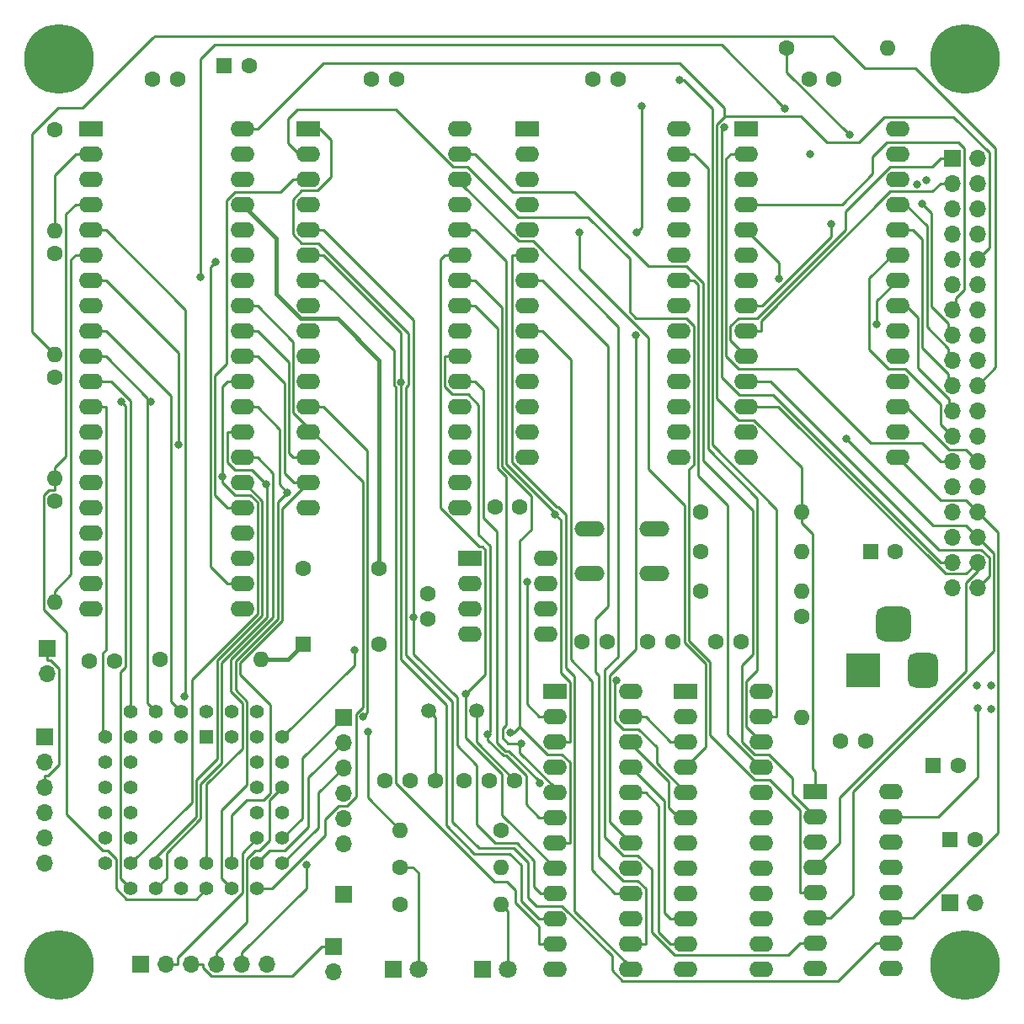
<source format=gbr>
%TF.GenerationSoftware,KiCad,Pcbnew,(6.0.0-0)*%
%TF.CreationDate,2023-09-10T11:44:03+01:00*%
%TF.ProjectId,rosco_6502,726f7363-6f5f-4363-9530-322e6b696361,3*%
%TF.SameCoordinates,Original*%
%TF.FileFunction,Copper,L4,Bot*%
%TF.FilePolarity,Positive*%
%FSLAX46Y46*%
G04 Gerber Fmt 4.6, Leading zero omitted, Abs format (unit mm)*
G04 Created by KiCad (PCBNEW (6.0.0-0)) date 2023-09-10 11:44:03*
%MOMM*%
%LPD*%
G01*
G04 APERTURE LIST*
G04 Aperture macros list*
%AMRoundRect*
0 Rectangle with rounded corners*
0 $1 Rounding radius*
0 $2 $3 $4 $5 $6 $7 $8 $9 X,Y pos of 4 corners*
0 Add a 4 corners polygon primitive as box body*
4,1,4,$2,$3,$4,$5,$6,$7,$8,$9,$2,$3,0*
0 Add four circle primitives for the rounded corners*
1,1,$1+$1,$2,$3*
1,1,$1+$1,$4,$5*
1,1,$1+$1,$6,$7*
1,1,$1+$1,$8,$9*
0 Add four rect primitives between the rounded corners*
20,1,$1+$1,$2,$3,$4,$5,0*
20,1,$1+$1,$4,$5,$6,$7,0*
20,1,$1+$1,$6,$7,$8,$9,0*
20,1,$1+$1,$8,$9,$2,$3,0*%
G04 Aperture macros list end*
%TA.AperFunction,ComponentPad*%
%ADD10C,1.600000*%
%TD*%
%TA.AperFunction,ComponentPad*%
%ADD11O,1.600000X1.600000*%
%TD*%
%TA.AperFunction,ComponentPad*%
%ADD12R,1.800000X1.800000*%
%TD*%
%TA.AperFunction,ComponentPad*%
%ADD13C,1.800000*%
%TD*%
%TA.AperFunction,ComponentPad*%
%ADD14R,1.700000X1.700000*%
%TD*%
%TA.AperFunction,ComponentPad*%
%ADD15O,1.700000X1.700000*%
%TD*%
%TA.AperFunction,ComponentPad*%
%ADD16R,2.400000X1.600000*%
%TD*%
%TA.AperFunction,ComponentPad*%
%ADD17O,2.400000X1.600000*%
%TD*%
%TA.AperFunction,ComponentPad*%
%ADD18R,1.600000X1.600000*%
%TD*%
%TA.AperFunction,ComponentPad*%
%ADD19C,7.000000*%
%TD*%
%TA.AperFunction,ComponentPad*%
%ADD20C,1.500000*%
%TD*%
%TA.AperFunction,ComponentPad*%
%ADD21C,1.600200*%
%TD*%
%TA.AperFunction,ComponentPad*%
%ADD22O,3.048000X1.524000*%
%TD*%
%TA.AperFunction,ComponentPad*%
%ADD23R,3.500000X3.500000*%
%TD*%
%TA.AperFunction,ComponentPad*%
%ADD24RoundRect,0.750000X0.750000X1.000000X-0.750000X1.000000X-0.750000X-1.000000X0.750000X-1.000000X0*%
%TD*%
%TA.AperFunction,ComponentPad*%
%ADD25RoundRect,0.875000X0.875000X0.875000X-0.875000X0.875000X-0.875000X-0.875000X0.875000X-0.875000X0*%
%TD*%
%TA.AperFunction,ComponentPad*%
%ADD26R,1.422400X1.422400*%
%TD*%
%TA.AperFunction,ComponentPad*%
%ADD27C,1.422400*%
%TD*%
%TA.AperFunction,ViaPad*%
%ADD28C,0.800000*%
%TD*%
%TA.AperFunction,Conductor*%
%ADD29C,0.250000*%
%TD*%
%TA.AperFunction,Conductor*%
%ADD30C,0.400000*%
%TD*%
G04 APERTURE END LIST*
D10*
%TO.P,R13,1*%
%TO.N,Net-(U3-Pad27)*%
X161600000Y-52380000D03*
D11*
%TO.P,R13,2*%
%TO.N,VCC*%
X171760000Y-52380000D03*
%TD*%
D10*
%TO.P,C9,1*%
%TO.N,GND*%
X91500000Y-114000000D03*
%TO.P,C9,2*%
%TO.N,VCC*%
X94000000Y-114000000D03*
%TD*%
%TO.P,C10,1*%
%TO.N,GND*%
X167000000Y-122030000D03*
%TO.P,C10,2*%
%TO.N,VCC*%
X169500000Y-122030000D03*
%TD*%
D12*
%TO.P,LED1,1,K*%
%TO.N,Net-(IC3-Pad16)*%
X122000000Y-145000000D03*
D13*
%TO.P,LED1,2,A*%
%TO.N,Net-(LED1-Pad2)*%
X124540000Y-145000000D03*
%TD*%
D10*
%TO.P,C19,1*%
%TO.N,VCC*%
X147610000Y-112030000D03*
%TO.P,C19,2*%
%TO.N,Net-(C19-Pad2)*%
X150110000Y-112030000D03*
%TD*%
D14*
%TO.P,J1,1,Pin_1*%
%TO.N,GND*%
X96650000Y-144500000D03*
D15*
%TO.P,J1,2,Pin_2*%
%TO.N,RTSA*%
X99190000Y-144500000D03*
%TO.P,J1,3,Pin_3*%
%TO.N,VCCUA*%
X101730000Y-144500000D03*
%TO.P,J1,4,Pin_4*%
%TO.N,RXDA*%
X104270000Y-144500000D03*
%TO.P,J1,5,Pin_5*%
%TO.N,TXDA*%
X106810000Y-144500000D03*
%TO.P,J1,6,Pin_6*%
%TO.N,CTSA*%
X109350000Y-144500000D03*
%TD*%
D10*
%TO.P,C3,1*%
%TO.N,GND*%
X142108300Y-55500000D03*
%TO.P,C3,2*%
%TO.N,VCC*%
X144608300Y-55500000D03*
%TD*%
%TO.P,R9,1*%
%TO.N,Net-(R9-Pad1)*%
X152920000Y-103000000D03*
D11*
%TO.P,R9,2*%
%TO.N,GND*%
X163080000Y-103000000D03*
%TD*%
D10*
%TO.P,C15,1*%
%TO.N,GND*%
X132250000Y-98500000D03*
%TO.P,C15,2*%
%TO.N,VCC*%
X134750000Y-98500000D03*
%TD*%
%TO.P,R10,1*%
%TO.N,VCC*%
X98550000Y-113830000D03*
D11*
%TO.P,R10,2*%
%TO.N,Net-(R10-Pad2)*%
X108710000Y-113830000D03*
%TD*%
D10*
%TO.P,C1,1*%
%TO.N,GND*%
X97858300Y-55500000D03*
%TO.P,C1,2*%
%TO.N,VCC*%
X100358300Y-55500000D03*
%TD*%
D16*
%TO.P,U4,1,~{Mr}*%
%TO.N,~{RESET}*%
X164450000Y-127130000D03*
D17*
%TO.P,U4,2,Q0*%
%TO.N,BANK0*%
X164450000Y-129670000D03*
%TO.P,U4,3,D0*%
%TO.N,D0*%
X164450000Y-132210000D03*
%TO.P,U4,4,D1*%
%TO.N,D1*%
X164450000Y-134750000D03*
%TO.P,U4,5,Q1*%
%TO.N,BANK1*%
X164450000Y-137290000D03*
%TO.P,U4,6,D2*%
%TO.N,D2*%
X164450000Y-139830000D03*
%TO.P,U4,7,Q2*%
%TO.N,BANK2*%
X164450000Y-142370000D03*
%TO.P,U4,8,GND*%
%TO.N,GND*%
X164450000Y-144910000D03*
%TO.P,U4,9,Cp*%
%TO.N,BANKCLK*%
X172070000Y-144910000D03*
%TO.P,U4,10,Q3*%
%TO.N,BANK3*%
X172070000Y-142370000D03*
%TO.P,U4,11,D3*%
%TO.N,D3*%
X172070000Y-139830000D03*
%TO.P,U4,12,Q4*%
%TO.N,BANK5*%
X172070000Y-137290000D03*
%TO.P,U4,13,D4*%
%TO.N,D5*%
X172070000Y-134750000D03*
%TO.P,U4,14,D5*%
%TO.N,D4*%
X172070000Y-132210000D03*
%TO.P,U4,15,Q5*%
%TO.N,BANK4*%
X172070000Y-129670000D03*
%TO.P,U4,16,VCC*%
%TO.N,VCC*%
X172070000Y-127130000D03*
%TD*%
D16*
%TO.P,U2,1,A14*%
%TO.N,GND*%
X135491700Y-60500000D03*
D17*
%TO.P,U2,2,A12*%
%TO.N,A12*%
X135491700Y-63040000D03*
%TO.P,U2,3,A7*%
%TO.N,A7*%
X135491700Y-65580000D03*
%TO.P,U2,4,A6*%
%TO.N,A6*%
X135491700Y-68120000D03*
%TO.P,U2,5,A5*%
%TO.N,A5*%
X135491700Y-70660000D03*
%TO.P,U2,6,A4*%
%TO.N,A4*%
X135491700Y-73200000D03*
%TO.P,U2,7,A3*%
%TO.N,A3*%
X135491700Y-75740000D03*
%TO.P,U2,8,A2*%
%TO.N,A2*%
X135491700Y-78280000D03*
%TO.P,U2,9,A1*%
%TO.N,A1*%
X135491700Y-80820000D03*
%TO.P,U2,10,A0*%
%TO.N,A0*%
X135491700Y-83360000D03*
%TO.P,U2,11,DQ0*%
%TO.N,D0*%
X135491700Y-85900000D03*
%TO.P,U2,12,DQ1*%
%TO.N,D1*%
X135491700Y-88440000D03*
%TO.P,U2,13,DQ2*%
%TO.N,D2*%
X135491700Y-90980000D03*
%TO.P,U2,14,VSS*%
%TO.N,GND*%
X135491700Y-93520000D03*
%TO.P,U2,15,DQ3*%
%TO.N,D3*%
X150731700Y-93520000D03*
%TO.P,U2,16,DQ4*%
%TO.N,D4*%
X150731700Y-90980000D03*
%TO.P,U2,17,DQ5*%
%TO.N,D5*%
X150731700Y-88440000D03*
%TO.P,U2,18,DQ6*%
%TO.N,D6*%
X150731700Y-85900000D03*
%TO.P,U2,19,DQ7*%
%TO.N,D7*%
X150731700Y-83360000D03*
%TO.P,U2,20,CE#*%
%TO.N,~{LOWRAM}*%
X150731700Y-80820000D03*
%TO.P,U2,21,A10*%
%TO.N,A10*%
X150731700Y-78280000D03*
%TO.P,U2,22,OE#*%
%TO.N,~{RD}*%
X150731700Y-75740000D03*
%TO.P,U2,23,A11*%
%TO.N,A11*%
X150731700Y-73200000D03*
%TO.P,U2,24,A9*%
%TO.N,A9*%
X150731700Y-70660000D03*
%TO.P,U2,25,A8*%
%TO.N,A8*%
X150731700Y-68120000D03*
%TO.P,U2,26,A13*%
%TO.N,A13*%
X150731700Y-65580000D03*
%TO.P,U2,27,WE#*%
%TO.N,~{WR}*%
X150731700Y-63040000D03*
%TO.P,U2,28,VCC*%
%TO.N,VCC*%
X150731700Y-60500000D03*
%TD*%
D16*
%TO.P,IC2,1,I1/CLK*%
%TO.N,A15*%
X138250000Y-117030000D03*
D17*
%TO.P,IC2,2,I2*%
%TO.N,A14*%
X138250000Y-119570000D03*
%TO.P,IC2,3,I3*%
%TO.N,A13*%
X138250000Y-122110000D03*
%TO.P,IC2,4,I4/PD*%
%TO.N,A12*%
X138250000Y-124650000D03*
%TO.P,IC2,5,I5*%
%TO.N,A11*%
X138250000Y-127190000D03*
%TO.P,IC2,6,I6*%
%TO.N,A10*%
X138250000Y-129730000D03*
%TO.P,IC2,7,I7*%
%TO.N,A9*%
X138250000Y-132270000D03*
%TO.P,IC2,8,I8*%
%TO.N,A8*%
X138250000Y-134810000D03*
%TO.P,IC2,9,I9*%
%TO.N,A7*%
X138250000Y-137350000D03*
%TO.P,IC2,10,I10*%
%TO.N,A6*%
X138250000Y-139890000D03*
%TO.P,IC2,11,I11*%
%TO.N,A5*%
X138250000Y-142430000D03*
%TO.P,IC2,12,GND*%
%TO.N,GND*%
X138250000Y-144970000D03*
%TO.P,IC2,13,I13*%
%TO.N,A4*%
X145870000Y-144970000D03*
%TO.P,IC2,14,IO1*%
%TO.N,A3*%
X145870000Y-142430000D03*
%TO.P,IC2,15,IO2*%
%TO.N,A2*%
X145870000Y-139890000D03*
%TO.P,IC2,16,IO3*%
%TO.N,A1*%
X145870000Y-137350000D03*
%TO.P,IC2,17,I04*%
%TO.N,A0*%
X145870000Y-134810000D03*
%TO.P,IC2,18,IO5*%
%TO.N,~{LOWRAM}*%
X145870000Y-132270000D03*
%TO.P,IC2,19,IO6*%
%TO.N,~{BANKRAM}*%
X145870000Y-129730000D03*
%TO.P,IC2,20,IO7*%
%TO.N,~{IO}*%
X145870000Y-127190000D03*
%TO.P,IC2,21,IO8*%
%TO.N,~{ROM}*%
X145870000Y-124650000D03*
%TO.P,IC2,22,IO9*%
%TO.N,BANKSEL*%
X145870000Y-122110000D03*
%TO.P,IC2,23,IO10*%
%TO.N,~{DUASEL}*%
X145870000Y-119570000D03*
%TO.P,IC2,24,VCC*%
%TO.N,VCC*%
X145870000Y-117030000D03*
%TD*%
D18*
%TO.P,X1,1,EN*%
%TO.N,Net-(R10-Pad2)*%
X113000000Y-112310000D03*
D10*
%TO.P,X1,4,GND*%
%TO.N,GND*%
X120620000Y-112310000D03*
%TO.P,X1,5,OUT*%
%TO.N,CLK*%
X120620000Y-104690000D03*
%TO.P,X1,8,Vcc*%
%TO.N,VCC*%
X113000000Y-104690000D03*
%TD*%
%TO.P,R1,1*%
%TO.N,VCC*%
X88000000Y-60580000D03*
D11*
%TO.P,R1,2*%
%TO.N,RDY*%
X88000000Y-70740000D03*
%TD*%
D19*
%TO.P,H4,1,1*%
%TO.N,GND*%
X179550000Y-144550000D03*
%TD*%
D18*
%TO.P,C20,1*%
%TO.N,Net-(C20-Pad1)*%
X170000000Y-103000000D03*
D10*
%TO.P,C20,2*%
%TO.N,GND*%
X172500000Y-103000000D03*
%TD*%
D14*
%TO.P,J3,1,Pin_1*%
%TO.N,SPICS*%
X117000000Y-119650000D03*
D15*
%TO.P,J3,2,Pin_2*%
%TO.N,SPICLK*%
X117000000Y-122190000D03*
%TO.P,J3,3,Pin_3*%
%TO.N,SPIMOSI*%
X117000000Y-124730000D03*
%TO.P,J3,4,Pin_4*%
%TO.N,SPIMISO*%
X117000000Y-127270000D03*
%TO.P,J3,5,Pin_5*%
%TO.N,VCC*%
X117000000Y-129810000D03*
%TO.P,J3,6,Pin_6*%
%TO.N,GND*%
X117000000Y-132350000D03*
%TD*%
D14*
%TO.P,JP2,1,A*%
%TO.N,VCCUB*%
X87250000Y-112725000D03*
D15*
%TO.P,JP2,2,B*%
%TO.N,VCC*%
X87250000Y-115265000D03*
%TD*%
D10*
%TO.P,R8,1*%
%TO.N,Net-(C20-Pad1)*%
X152920000Y-107000000D03*
D11*
%TO.P,R8,2*%
%TO.N,VCC*%
X163080000Y-107000000D03*
%TD*%
D20*
%TO.P,Q1,1,1*%
%TO.N,Net-(C13-Pad2)*%
X125550000Y-119000000D03*
%TO.P,Q1,2,2*%
%TO.N,Net-(C14-Pad2)*%
X130430000Y-119000000D03*
%TD*%
D16*
%TO.P,IC5,1,I1/CLK*%
%TO.N,CLK*%
X151450000Y-117055000D03*
D17*
%TO.P,IC5,2,I2*%
%TO.N,~{DUADTACK}*%
X151450000Y-119595000D03*
%TO.P,IC5,3,I3*%
%TO.N,~{DUASEL}*%
X151450000Y-122135000D03*
%TO.P,IC5,4,I4/PD*%
%TO.N,R{slash}~{W}*%
X151450000Y-124675000D03*
%TO.P,IC5,5,I5*%
%TO.N,HWRST*%
X151450000Y-127215000D03*
%TO.P,IC5,6,I6*%
%TO.N,BANKSEL*%
X151450000Y-129755000D03*
%TO.P,IC5,7,I7*%
%TO.N,~{VP}*%
X151450000Y-132295000D03*
%TO.P,IC5,8,I8*%
%TO.N,~{ML}*%
X151450000Y-134835000D03*
%TO.P,IC5,9,I9*%
%TO.N,IRQ*%
X151450000Y-137375000D03*
%TO.P,IC5,10,I10*%
%TO.N,~{ROM}*%
X151450000Y-139915000D03*
%TO.P,IC5,11,I11*%
%TO.N,~{IO}*%
X151450000Y-142455000D03*
%TO.P,IC5,12,GND*%
%TO.N,GND*%
X151450000Y-144995000D03*
%TO.P,IC5,13,I13*%
%TO.N,unconnected-(IC5-Pad13)*%
X159070000Y-144995000D03*
%TO.P,IC5,14,IO1*%
%TO.N,BANKCLK*%
X159070000Y-142455000D03*
%TO.P,IC5,15,IO2*%
%TO.N,unconnected-(IC5-Pad15)*%
X159070000Y-139915000D03*
%TO.P,IC5,16,IO3*%
%TO.N,unconnected-(IC5-Pad16)*%
X159070000Y-137375000D03*
%TO.P,IC5,17,I04*%
%TO.N,~{ROMOE}*%
X159070000Y-134835000D03*
%TO.P,IC5,18,IO5*%
%TO.N,unconnected-(IC5-Pad18)*%
X159070000Y-132295000D03*
%TO.P,IC5,19,IO6*%
%TO.N,NMI*%
X159070000Y-129755000D03*
%TO.P,IC5,20,IO7*%
%TO.N,~{RESET}*%
X159070000Y-127215000D03*
%TO.P,IC5,21,IO8*%
%TO.N,~{RD}*%
X159070000Y-124675000D03*
%TO.P,IC5,22,IO9*%
%TO.N,~{WR}*%
X159070000Y-122135000D03*
%TO.P,IC5,23,IO10*%
%TO.N,RDY*%
X159070000Y-119595000D03*
%TO.P,IC5,24,VCC*%
%TO.N,VCC*%
X159070000Y-117055000D03*
%TD*%
D10*
%TO.P,C4,1*%
%TO.N,GND*%
X163858300Y-55500000D03*
%TO.P,C4,2*%
%TO.N,VCC*%
X166358300Y-55500000D03*
%TD*%
%TO.P,C8,1*%
%TO.N,GND*%
X154500000Y-112030000D03*
%TO.P,C8,2*%
%TO.N,VCC*%
X157000000Y-112030000D03*
%TD*%
D19*
%TO.P,H1,1,1*%
%TO.N,GND*%
X88450000Y-53450000D03*
%TD*%
D10*
%TO.P,R4,1*%
%TO.N,VCC*%
X88000000Y-97920000D03*
D11*
%TO.P,R4,2*%
%TO.N,NMI*%
X88000000Y-108080000D03*
%TD*%
D21*
%TO.P,C13,1*%
%TO.N,GND*%
X123730000Y-126000000D03*
X121190000Y-126000000D03*
%TO.P,C13,2*%
%TO.N,Net-(C13-Pad2)*%
X126270000Y-126000000D03*
%TD*%
D10*
%TO.P,R3,1*%
%TO.N,VCC*%
X88000000Y-85500000D03*
D11*
%TO.P,R3,2*%
%TO.N,IRQ*%
X88000000Y-95660000D03*
%TD*%
D18*
%TO.P,C16,1*%
%TO.N,VCC*%
X105026000Y-54125000D03*
D10*
%TO.P,C16,2*%
%TO.N,GND*%
X107526000Y-54125000D03*
%TD*%
D14*
%TO.P,J5,1,Pin_1*%
%TO.N,A0*%
X178225000Y-63425000D03*
D15*
%TO.P,J5,2,Pin_2*%
%TO.N,VCC*%
X180765000Y-63425000D03*
%TO.P,J5,3,Pin_3*%
%TO.N,A1*%
X178225000Y-65965000D03*
%TO.P,J5,4,Pin_4*%
%TO.N,CLK*%
X180765000Y-65965000D03*
%TO.P,J5,5,Pin_5*%
%TO.N,A2*%
X178225000Y-68505000D03*
%TO.P,J5,6,Pin_6*%
%TO.N,GND*%
X180765000Y-68505000D03*
%TO.P,J5,7,Pin_7*%
%TO.N,A3*%
X178225000Y-71045000D03*
%TO.P,J5,8,Pin_8*%
%TO.N,R{slash}~{W}*%
X180765000Y-71045000D03*
%TO.P,J5,9,Pin_9*%
%TO.N,A4*%
X178225000Y-73585000D03*
%TO.P,J5,10,Pin_10*%
%TO.N,~{RESET}*%
X180765000Y-73585000D03*
%TO.P,J5,11,Pin_11*%
%TO.N,A5*%
X178225000Y-76125000D03*
%TO.P,J5,12,Pin_12*%
%TO.N,RDY*%
X180765000Y-76125000D03*
%TO.P,J5,13,Pin_13*%
%TO.N,A6*%
X178225000Y-78665000D03*
%TO.P,J5,14,Pin_14*%
%TO.N,NMI*%
X180765000Y-78665000D03*
%TO.P,J5,15,Pin_15*%
%TO.N,A7*%
X178225000Y-81205000D03*
%TO.P,J5,16,Pin_16*%
%TO.N,IRQ*%
X180765000Y-81205000D03*
%TO.P,J5,17,Pin_17*%
%TO.N,A8*%
X178225000Y-83745000D03*
%TO.P,J5,18,Pin_18*%
%TO.N,SYNC*%
X180765000Y-83745000D03*
%TO.P,J5,19,Pin_19*%
%TO.N,A9*%
X178225000Y-86285000D03*
%TO.P,J5,20,Pin_20*%
%TO.N,BE*%
X180765000Y-86285000D03*
%TO.P,J5,21,Pin_21*%
%TO.N,A10*%
X178225000Y-88825000D03*
%TO.P,J5,22,Pin_22*%
%TO.N,D7*%
X180765000Y-88825000D03*
%TO.P,J5,23,Pin_23*%
%TO.N,A11*%
X178225000Y-91365000D03*
%TO.P,J5,24,Pin_24*%
%TO.N,D6*%
X180765000Y-91365000D03*
%TO.P,J5,25,Pin_25*%
%TO.N,A12*%
X178225000Y-93905000D03*
%TO.P,J5,26,Pin_26*%
%TO.N,D5*%
X180765000Y-93905000D03*
%TO.P,J5,27,Pin_27*%
%TO.N,A13*%
X178225000Y-96445000D03*
%TO.P,J5,28,Pin_28*%
%TO.N,D4*%
X180765000Y-96445000D03*
%TO.P,J5,29,Pin_29*%
%TO.N,A14*%
X178225000Y-98985000D03*
%TO.P,J5,30,Pin_30*%
%TO.N,D3*%
X180765000Y-98985000D03*
%TO.P,J5,31,Pin_31*%
%TO.N,A15*%
X178225000Y-101525000D03*
%TO.P,J5,32,Pin_32*%
%TO.N,D2*%
X180765000Y-101525000D03*
%TO.P,J5,33,Pin_33*%
%TO.N,~{VP}*%
X178225000Y-104065000D03*
%TO.P,J5,34,Pin_34*%
%TO.N,D1*%
X180765000Y-104065000D03*
%TO.P,J5,35,Pin_35*%
%TO.N,~{ML}*%
X178225000Y-106605000D03*
%TO.P,J5,36,Pin_36*%
%TO.N,D0*%
X180765000Y-106605000D03*
%TD*%
D18*
%TO.P,C17,1*%
%TO.N,VCC*%
X176338606Y-124500000D03*
D10*
%TO.P,C17,2*%
%TO.N,GND*%
X178838606Y-124500000D03*
%TD*%
%TO.P,R7,1*%
%TO.N,VCC*%
X152920000Y-99000000D03*
D11*
%TO.P,R7,2*%
%TO.N,~{RESET}*%
X163080000Y-99000000D03*
%TD*%
D16*
%TO.P,IC4,1,GND*%
%TO.N,GND*%
X129700000Y-103700000D03*
D17*
%TO.P,IC4,2,TR*%
%TO.N,Net-(C20-Pad1)*%
X129700000Y-106240000D03*
%TO.P,IC4,3,Q*%
%TO.N,HWRST*%
X129700000Y-108780000D03*
%TO.P,IC4,4,R*%
%TO.N,VCC*%
X129700000Y-111320000D03*
%TO.P,IC4,5,CV*%
%TO.N,Net-(C19-Pad2)*%
X137320000Y-111320000D03*
%TO.P,IC4,6,THR*%
%TO.N,Net-(C20-Pad1)*%
X137320000Y-108780000D03*
%TO.P,IC4,7,DIS*%
%TO.N,unconnected-(IC4-Pad7)*%
X137320000Y-106240000D03*
%TO.P,IC4,8,VCC*%
%TO.N,VCC*%
X137320000Y-103700000D03*
%TD*%
D14*
%TO.P,J2,1,Pin_1*%
%TO.N,GND*%
X87000000Y-121650000D03*
D15*
%TO.P,J2,2,Pin_2*%
%TO.N,RTSB*%
X87000000Y-124190000D03*
%TO.P,J2,3,Pin_3*%
%TO.N,VCCUB*%
X87000000Y-126730000D03*
%TO.P,J2,4,Pin_4*%
%TO.N,RXDB*%
X87000000Y-129270000D03*
%TO.P,J2,5,Pin_5*%
%TO.N,TXDB*%
X87000000Y-131810000D03*
%TO.P,J2,6,Pin_6*%
%TO.N,CTSB*%
X87000000Y-134350000D03*
%TD*%
D16*
%TO.P,U3,1,A14*%
%TO.N,BANK5*%
X157483300Y-60475000D03*
D17*
%TO.P,U3,2,A12*%
%TO.N,A12*%
X157483300Y-63015000D03*
%TO.P,U3,3,A7*%
%TO.N,A7*%
X157483300Y-65555000D03*
%TO.P,U3,4,A6*%
%TO.N,A6*%
X157483300Y-68095000D03*
%TO.P,U3,5,A5*%
%TO.N,A5*%
X157483300Y-70635000D03*
%TO.P,U3,6,A4*%
%TO.N,A4*%
X157483300Y-73175000D03*
%TO.P,U3,7,A3*%
%TO.N,A3*%
X157483300Y-75715000D03*
%TO.P,U3,8,A2*%
%TO.N,A2*%
X157483300Y-78255000D03*
%TO.P,U3,9,A1*%
%TO.N,A1*%
X157483300Y-80795000D03*
%TO.P,U3,10,A0*%
%TO.N,A0*%
X157483300Y-83335000D03*
%TO.P,U3,11,DQ0*%
%TO.N,D0*%
X157483300Y-85875000D03*
%TO.P,U3,12,DQ1*%
%TO.N,D1*%
X157483300Y-88415000D03*
%TO.P,U3,13,DQ2*%
%TO.N,D2*%
X157483300Y-90955000D03*
%TO.P,U3,14,VSS*%
%TO.N,GND*%
X157483300Y-93495000D03*
%TO.P,U3,15,DQ3*%
%TO.N,D3*%
X172723300Y-93495000D03*
%TO.P,U3,16,DQ4*%
%TO.N,D4*%
X172723300Y-90955000D03*
%TO.P,U3,17,DQ5*%
%TO.N,D5*%
X172723300Y-88415000D03*
%TO.P,U3,18,DQ6*%
%TO.N,D6*%
X172723300Y-85875000D03*
%TO.P,U3,19,DQ7*%
%TO.N,D7*%
X172723300Y-83335000D03*
%TO.P,U3,20,CE#*%
%TO.N,GND*%
X172723300Y-80795000D03*
%TO.P,U3,21,A10*%
%TO.N,A10*%
X172723300Y-78255000D03*
%TO.P,U3,22,OE#*%
%TO.N,~{ROMOE}*%
X172723300Y-75715000D03*
%TO.P,U3,23,A11*%
%TO.N,A11*%
X172723300Y-73175000D03*
%TO.P,U3,24,A9*%
%TO.N,A9*%
X172723300Y-70635000D03*
%TO.P,U3,25,A8*%
%TO.N,A8*%
X172723300Y-68095000D03*
%TO.P,U3,26,A13*%
%TO.N,BANK4*%
X172723300Y-65555000D03*
%TO.P,U3,27,WE#*%
%TO.N,Net-(U3-Pad27)*%
X172723300Y-63015000D03*
%TO.P,U3,28,VCC*%
%TO.N,VCC*%
X172723300Y-60475000D03*
%TD*%
D21*
%TO.P,C14,1*%
%TO.N,GND*%
X131730000Y-126000000D03*
X129190000Y-126000000D03*
%TO.P,C14,2*%
%TO.N,Net-(C14-Pad2)*%
X134270000Y-126000000D03*
%TD*%
D22*
%TO.P,S1,1,S*%
%TO.N,Net-(R9-Pad1)*%
X141758800Y-100719400D03*
%TO.P,S1,2,S1*%
%TO.N,unconnected-(S1-Pad2)*%
X148261200Y-100719400D03*
%TO.P,S1,3,P*%
%TO.N,Net-(C20-Pad1)*%
X141758800Y-105240600D03*
%TO.P,S1,4,P1*%
%TO.N,unconnected-(S1-Pad4)*%
X148261200Y-105240600D03*
%TD*%
D18*
%TO.P,C18,1*%
%TO.N,VCC*%
X178000000Y-132000000D03*
D10*
%TO.P,C18,2*%
%TO.N,GND*%
X180500000Y-132000000D03*
%TD*%
D19*
%TO.P,H3,1,1*%
%TO.N,GND*%
X88450000Y-144550000D03*
%TD*%
D14*
%TO.P,JP1,1,A*%
%TO.N,VCCUA*%
X116000000Y-142725000D03*
D15*
%TO.P,JP1,2,B*%
%TO.N,VCC*%
X116000000Y-145265000D03*
%TD*%
D19*
%TO.P,H2,1,1*%
%TO.N,GND*%
X179550000Y-53450000D03*
%TD*%
D10*
%TO.P,R5,1*%
%TO.N,Net-(LED1-Pad2)*%
X122695000Y-134743900D03*
D11*
%TO.P,R5,2*%
%TO.N,VCC*%
X132855000Y-134743900D03*
%TD*%
D10*
%TO.P,R12,1*%
%TO.N,VCC*%
X132855000Y-130987800D03*
D11*
%TO.P,R12,2*%
%TO.N,Net-(IC3-Pad41)*%
X122695000Y-130987800D03*
%TD*%
D10*
%TO.P,R6,1*%
%TO.N,VCC*%
X122695000Y-138500000D03*
D11*
%TO.P,R6,2*%
%TO.N,Net-(LED2-Pad2)*%
X132855000Y-138500000D03*
%TD*%
D23*
%TO.P,J7,1*%
%TO.N,VCC*%
X169320000Y-114957500D03*
D24*
%TO.P,J7,2*%
%TO.N,GND*%
X175320000Y-114957500D03*
D25*
%TO.P,J7,3*%
%TO.N,N/C*%
X172320000Y-110257500D03*
%TD*%
D14*
%TO.P,J4,1,Pin_1*%
%TO.N,SPICS2*%
X117000000Y-137500000D03*
%TD*%
D26*
%TO.P,IC3,1,NC*%
%TO.N,unconnected-(IC3-Pad1)*%
X103270000Y-121650000D03*
D27*
%TO.P,IC3,2,A1*%
%TO.N,A0*%
X100730000Y-119110000D03*
%TO.P,IC3,3,IP3*%
%TO.N,GND*%
X100730000Y-121650000D03*
%TO.P,IC3,4,A2*%
%TO.N,A1*%
X98190000Y-119110000D03*
%TO.P,IC3,5,IP1*%
%TO.N,CTSB*%
X98190000Y-121650000D03*
%TO.P,IC3,6,A3*%
%TO.N,A2*%
X95650000Y-119110000D03*
%TO.P,IC3,7,A4*%
%TO.N,A3*%
X93110000Y-121650000D03*
%TO.P,IC3,8,IP0*%
%TO.N,CTSA*%
X95650000Y-121650000D03*
%TO.P,IC3,9,\u002AR/\u002AW*%
%TO.N,R{slash}~{W}*%
X93110000Y-124190000D03*
%TO.P,IC3,10,\u002ADTALK*%
%TO.N,~{DUADTACK}*%
X95650000Y-124190000D03*
%TO.P,IC3,11,RXDB*%
%TO.N,RXDB*%
X93110000Y-126730000D03*
%TO.P,IC3,12,NC*%
%TO.N,unconnected-(IC3-Pad12)*%
X95650000Y-126730000D03*
%TO.P,IC3,13,TXDB*%
%TO.N,TXDB*%
X93110000Y-129270000D03*
%TO.P,IC3,14,OP1*%
%TO.N,RTSB*%
X95650000Y-129270000D03*
%TO.P,IC3,15,OP3*%
%TO.N,Net-(IC3-Pad15)*%
X93110000Y-131810000D03*
%TO.P,IC3,16,OP5*%
%TO.N,Net-(IC3-Pad16)*%
X95650000Y-131810000D03*
%TO.P,IC3,17,OP7*%
%TO.N,SPICS2*%
X93110000Y-134350000D03*
%TO.P,IC3,18,D1*%
%TO.N,D1*%
X95650000Y-136890000D03*
%TO.P,IC3,19,D3*%
%TO.N,D3*%
X95650000Y-134350000D03*
%TO.P,IC3,20,D5*%
%TO.N,D5*%
X98190000Y-136890000D03*
%TO.P,IC3,21,D7*%
%TO.N,D7*%
X98190000Y-134350000D03*
%TO.P,IC3,22,GND*%
%TO.N,GND*%
X100730000Y-136890000D03*
%TO.P,IC3,23,NC*%
%TO.N,unconnected-(IC3-Pad23)*%
X100730000Y-134350000D03*
%TO.P,IC3,24,INTR*%
%TO.N,IRQ*%
X103270000Y-136890000D03*
%TO.P,IC3,25,D6*%
%TO.N,D6*%
X103270000Y-134350000D03*
%TO.P,IC3,26,D4*%
%TO.N,D4*%
X105810000Y-136890000D03*
%TO.P,IC3,27,D2*%
%TO.N,D2*%
X105810000Y-134350000D03*
%TO.P,IC3,28,D0*%
%TO.N,D0*%
X108350000Y-136890000D03*
%TO.P,IC3,29,OP6*%
%TO.N,SPIMOSI*%
X110890000Y-134350000D03*
%TO.P,IC3,30,OP4*%
%TO.N,SPICLK*%
X108350000Y-134350000D03*
%TO.P,IC3,31,OP2*%
%TO.N,SPICS*%
X110890000Y-131810000D03*
%TO.P,IC3,32,OP0*%
%TO.N,RTSA*%
X108350000Y-131810000D03*
%TO.P,IC3,33,TXDA*%
%TO.N,TXDA*%
X110890000Y-129270000D03*
%TO.P,IC3,34,NC*%
%TO.N,unconnected-(IC3-Pad34)*%
X108350000Y-129270000D03*
%TO.P,IC3,35,RXDA*%
%TO.N,RXDA*%
X110890000Y-126730000D03*
%TO.P,IC3,36,X1/CLK*%
%TO.N,Net-(C13-Pad2)*%
X108350000Y-126730000D03*
%TO.P,IC3,37,X2*%
%TO.N,Net-(C14-Pad2)*%
X110890000Y-124190000D03*
%TO.P,IC3,38,\u002ARESET*%
%TO.N,~{RESET}*%
X108350000Y-124190000D03*
%TO.P,IC3,39,CS*%
%TO.N,~{DUASEL}*%
X110890000Y-121650000D03*
%TO.P,IC3,40,IP2*%
%TO.N,SPIMISO*%
X108350000Y-119110000D03*
%TO.P,IC3,41,\u002AIACK*%
%TO.N,Net-(IC3-Pad41)*%
X108350000Y-121650000D03*
%TO.P,IC3,42,IP5*%
%TO.N,unconnected-(IC3-Pad42)*%
X105810000Y-119110000D03*
%TO.P,IC3,43,IP4*%
%TO.N,unconnected-(IC3-Pad43)*%
X105810000Y-121650000D03*
%TO.P,IC3,44,VCC*%
%TO.N,VCC*%
X103270000Y-119110000D03*
%TD*%
D10*
%TO.P,R11,1*%
%TO.N,VCC*%
X163080000Y-109560000D03*
D11*
%TO.P,R11,2*%
%TO.N,~{DUADTACK}*%
X163080000Y-119720000D03*
%TD*%
D10*
%TO.P,C2,1*%
%TO.N,GND*%
X119875000Y-55500000D03*
%TO.P,C2,2*%
%TO.N,VCC*%
X122375000Y-55500000D03*
%TD*%
%TO.P,C11,1*%
%TO.N,GND*%
X125500000Y-109750000D03*
%TO.P,C11,2*%
%TO.N,VCC*%
X125500000Y-107250000D03*
%TD*%
%TO.P,C12,1*%
%TO.N,GND*%
X141000000Y-112030000D03*
%TO.P,C12,2*%
%TO.N,VCC*%
X143500000Y-112030000D03*
%TD*%
%TO.P,R2,1*%
%TO.N,VCC*%
X88000000Y-73000000D03*
D11*
%TO.P,R2,2*%
%TO.N,BE*%
X88000000Y-83160000D03*
%TD*%
D14*
%TO.P,J6,1,Pin_1*%
%TO.N,VCC*%
X178015000Y-138330000D03*
D15*
%TO.P,J6,2,Pin_2*%
%TO.N,GND*%
X180555000Y-138330000D03*
%TD*%
D16*
%TO.P,IC1,1,~{VP}*%
%TO.N,~{VP}*%
X91608300Y-60500000D03*
D17*
%TO.P,IC1,2,RDY*%
%TO.N,RDY*%
X91608300Y-63040000D03*
%TO.P,IC1,3,\u03D51*%
%TO.N,unconnected-(IC1-Pad3)*%
X91608300Y-65580000D03*
%TO.P,IC1,4,~{IRQ}*%
%TO.N,IRQ*%
X91608300Y-68120000D03*
%TO.P,IC1,5,~{ML}*%
%TO.N,~{ML}*%
X91608300Y-70660000D03*
%TO.P,IC1,6,~{NMI}*%
%TO.N,NMI*%
X91608300Y-73200000D03*
%TO.P,IC1,7,SYNC*%
%TO.N,SYNC*%
X91608300Y-75740000D03*
%TO.P,IC1,8,VDD*%
%TO.N,VCC*%
X91608300Y-78280000D03*
%TO.P,IC1,9,A0*%
%TO.N,A0*%
X91608300Y-80820000D03*
%TO.P,IC1,10,A1*%
%TO.N,A1*%
X91608300Y-83360000D03*
%TO.P,IC1,11,A2*%
%TO.N,A2*%
X91608300Y-85900000D03*
%TO.P,IC1,12,A3*%
%TO.N,A3*%
X91608300Y-88440000D03*
%TO.P,IC1,13,A4*%
%TO.N,A4*%
X91608300Y-90980000D03*
%TO.P,IC1,14,A5*%
%TO.N,A5*%
X91608300Y-93520000D03*
%TO.P,IC1,15,A6*%
%TO.N,A6*%
X91608300Y-96060000D03*
%TO.P,IC1,16,A7*%
%TO.N,A7*%
X91608300Y-98600000D03*
%TO.P,IC1,17,A8*%
%TO.N,A8*%
X91608300Y-101140000D03*
%TO.P,IC1,18,A9*%
%TO.N,A9*%
X91608300Y-103680000D03*
%TO.P,IC1,19,A10*%
%TO.N,A10*%
X91608300Y-106220000D03*
%TO.P,IC1,20,A11*%
%TO.N,A11*%
X91608300Y-108760000D03*
%TO.P,IC1,21,VSS*%
%TO.N,GND*%
X106848300Y-108760000D03*
%TO.P,IC1,22,A12*%
%TO.N,A12*%
X106848300Y-106220000D03*
%TO.P,IC1,23,A13*%
%TO.N,A13*%
X106848300Y-103680000D03*
%TO.P,IC1,24,A14*%
%TO.N,A14*%
X106848300Y-101140000D03*
%TO.P,IC1,25,A15*%
%TO.N,A15*%
X106848300Y-98600000D03*
%TO.P,IC1,26,D7*%
%TO.N,D7*%
X106848300Y-96060000D03*
%TO.P,IC1,27,D6*%
%TO.N,D6*%
X106848300Y-93520000D03*
%TO.P,IC1,28,D5*%
%TO.N,D5*%
X106848300Y-90980000D03*
%TO.P,IC1,29,D4*%
%TO.N,D4*%
X106848300Y-88440000D03*
%TO.P,IC1,30,D3*%
%TO.N,D3*%
X106848300Y-85900000D03*
%TO.P,IC1,31,D2*%
%TO.N,D2*%
X106848300Y-83360000D03*
%TO.P,IC1,32,D1*%
%TO.N,D1*%
X106848300Y-80820000D03*
%TO.P,IC1,33,D0*%
%TO.N,D0*%
X106848300Y-78280000D03*
%TO.P,IC1,34,R/~{W}*%
%TO.N,R{slash}~{W}*%
X106848300Y-75740000D03*
%TO.P,IC1,35,nc*%
%TO.N,unconnected-(IC1-Pad35)*%
X106848300Y-73200000D03*
%TO.P,IC1,36,BE*%
%TO.N,BE*%
X106848300Y-70660000D03*
%TO.P,IC1,37,\u03D50*%
%TO.N,CLK*%
X106848300Y-68120000D03*
%TO.P,IC1,38,~{SO}*%
%TO.N,VCC*%
X106848300Y-65580000D03*
%TO.P,IC1,39,\u03D52*%
%TO.N,unconnected-(IC1-Pad39)*%
X106848300Y-63040000D03*
%TO.P,IC1,40,~{RES}*%
%TO.N,~{RESET}*%
X106848300Y-60500000D03*
%TD*%
D12*
%TO.P,LED2,1,K*%
%TO.N,Net-(IC3-Pad15)*%
X131000000Y-145000000D03*
D13*
%TO.P,LED2,2,A*%
%TO.N,Net-(LED2-Pad2)*%
X133540000Y-145000000D03*
%TD*%
D16*
%TO.P,U1,1,A18*%
%TO.N,BANK3*%
X113500000Y-60500000D03*
D17*
%TO.P,U1,2,A16*%
%TO.N,BANK1*%
X113500000Y-63040000D03*
%TO.P,U1,3,A14*%
%TO.N,A15*%
X113500000Y-65580000D03*
%TO.P,U1,4,A12*%
%TO.N,A12*%
X113500000Y-68120000D03*
%TO.P,U1,5,A7*%
%TO.N,A7*%
X113500000Y-70660000D03*
%TO.P,U1,6,A6*%
%TO.N,A6*%
X113500000Y-73200000D03*
%TO.P,U1,7,A5*%
%TO.N,A5*%
X113500000Y-75740000D03*
%TO.P,U1,8,A4*%
%TO.N,A4*%
X113500000Y-78280000D03*
%TO.P,U1,9,A3*%
%TO.N,A3*%
X113500000Y-80820000D03*
%TO.P,U1,10,A2*%
%TO.N,A2*%
X113500000Y-83360000D03*
%TO.P,U1,11,A1*%
%TO.N,A1*%
X113500000Y-85900000D03*
%TO.P,U1,12,A0*%
%TO.N,A0*%
X113500000Y-88440000D03*
%TO.P,U1,13,DQ0*%
%TO.N,D0*%
X113500000Y-90980000D03*
%TO.P,U1,14,DQ1*%
%TO.N,D1*%
X113500000Y-93520000D03*
%TO.P,U1,15,DQ2*%
%TO.N,D2*%
X113500000Y-96060000D03*
%TO.P,U1,16,VSS*%
%TO.N,GND*%
X113500000Y-98600000D03*
%TO.P,U1,17,DQ3*%
%TO.N,D3*%
X128740000Y-98600000D03*
%TO.P,U1,18,DQ4*%
%TO.N,D4*%
X128740000Y-96060000D03*
%TO.P,U1,19,DQ5*%
%TO.N,D5*%
X128740000Y-93520000D03*
%TO.P,U1,20,DQ6*%
%TO.N,D6*%
X128740000Y-90980000D03*
%TO.P,U1,21,DQ7*%
%TO.N,D7*%
X128740000Y-88440000D03*
%TO.P,U1,22,CE#*%
%TO.N,~{BANKRAM}*%
X128740000Y-85900000D03*
%TO.P,U1,23,A10*%
%TO.N,A10*%
X128740000Y-83360000D03*
%TO.P,U1,24,OE#*%
%TO.N,~{RD}*%
X128740000Y-80820000D03*
%TO.P,U1,25,A11*%
%TO.N,A11*%
X128740000Y-78280000D03*
%TO.P,U1,26,A9*%
%TO.N,A9*%
X128740000Y-75740000D03*
%TO.P,U1,27,A8*%
%TO.N,A8*%
X128740000Y-73200000D03*
%TO.P,U1,28,A13*%
%TO.N,A13*%
X128740000Y-70660000D03*
%TO.P,U1,29,WE#*%
%TO.N,~{WR}*%
X128740000Y-68120000D03*
%TO.P,U1,30,A17*%
%TO.N,BANK2*%
X128740000Y-65580000D03*
%TO.P,U1,31,A15*%
%TO.N,BANK0*%
X128740000Y-63040000D03*
%TO.P,U1,32,VCC*%
%TO.N,VCC*%
X128740000Y-60500000D03*
%TD*%
D28*
%TO.N,GND*%
X163985500Y-63030000D03*
%TO.N,Net-(U3-Pad27)*%
X167920000Y-61130000D03*
%TO.N,~{VP}*%
X155321400Y-60324300D03*
%TO.N,RDY*%
X150810000Y-55560000D03*
%TO.N,A12*%
X104173300Y-73875200D03*
%TO.N,A13*%
X138313500Y-99239100D03*
%TO.N,A14*%
X135495100Y-106062100D03*
%TO.N,~{ML}*%
X101032200Y-117594400D03*
%TO.N,SYNC*%
X100406500Y-92290400D03*
%TO.N,D5*%
X182119400Y-116490000D03*
X109212700Y-96194100D03*
%TO.N,A0*%
X119014800Y-119610400D03*
%TO.N,D4*%
X111401900Y-97043400D03*
X180710000Y-116490000D03*
%TO.N,A1*%
X97612200Y-87915300D03*
%TO.N,D3*%
X104824000Y-95474600D03*
%TO.N,A2*%
X166049900Y-70055000D03*
%TO.N,D2*%
X167583100Y-91648900D03*
%TO.N,D1*%
X94720800Y-87969600D03*
%TO.N,A5*%
X160772700Y-75584200D03*
%TO.N,R{slash}~{W}*%
X102616000Y-75438000D03*
X146980000Y-58220000D03*
X146510000Y-70900000D03*
X140720000Y-70880000D03*
X161430000Y-58440000D03*
%TO.N,A6*%
X122805000Y-85972300D03*
%TO.N,A7*%
X175240000Y-68060000D03*
X124059700Y-109593000D03*
%TO.N,A8*%
X129336500Y-117314700D03*
%TO.N,A9*%
X133790400Y-121221800D03*
%TO.N,A10*%
X131551000Y-121359000D03*
%TO.N,A11*%
X134892701Y-122317299D03*
%TO.N,~{LOWRAM}*%
X146410000Y-81240000D03*
%TO.N,~{BANKRAM}*%
X136750200Y-126270000D03*
%TO.N,~{DUASEL}*%
X118110000Y-112918080D03*
%TO.N,Net-(IC3-Pad41)*%
X119470000Y-121090000D03*
%TO.N,TXDA*%
X113288500Y-134462400D03*
%TO.N,HWRST*%
X144504500Y-115979600D03*
%TO.N,~{ROMOE}*%
X170624500Y-80150000D03*
%TO.N,BANK5*%
X175661755Y-65687155D03*
X182119400Y-118820000D03*
%TO.N,BANK4*%
X180770000Y-118790000D03*
X174737763Y-66071600D03*
%TD*%
D29*
%TO.N,A5*%
X160772700Y-75584200D02*
X160772700Y-73924400D01*
X160772700Y-73924400D02*
X157483300Y-70635000D01*
%TO.N,~{RESET}*%
X155390000Y-59230000D02*
X163050000Y-59230000D01*
X168850000Y-61860000D02*
X171410000Y-59300000D01*
X155320000Y-59300000D02*
X155390000Y-59230000D01*
X165680000Y-61860000D02*
X168850000Y-61860000D01*
X163050000Y-59230000D02*
X165680000Y-61860000D01*
X171410000Y-59300000D02*
X178331500Y-59300000D01*
X178331500Y-59300000D02*
X181940300Y-62908800D01*
X181940300Y-62908800D02*
X181940300Y-72409700D01*
X181940300Y-72409700D02*
X180765000Y-73585000D01*
%TO.N,BE*%
X90810000Y-58380000D02*
X97800000Y-51390000D01*
X88000000Y-83160000D02*
X85720000Y-80880000D01*
X97800000Y-51390000D02*
X97810000Y-51390000D01*
X85720000Y-61030000D02*
X88370000Y-58380000D01*
X88370000Y-58380000D02*
X90810000Y-58380000D01*
X98040000Y-51160000D02*
X166220000Y-51160000D01*
X85720000Y-80880000D02*
X85720000Y-61030000D01*
X166220000Y-51160000D02*
X169435489Y-54375489D01*
X169435489Y-54375489D02*
X174555489Y-54375489D01*
X174555489Y-54375489D02*
X182610000Y-62430000D01*
X97810000Y-51390000D02*
X98040000Y-51160000D01*
X182610000Y-62430000D02*
X182610000Y-84440000D01*
X182610000Y-84440000D02*
X180765000Y-86285000D01*
%TO.N,Net-(U3-Pad27)*%
X161600000Y-54832000D02*
X167898000Y-61130000D01*
X161600000Y-52380000D02*
X161600000Y-54832000D01*
X167898000Y-61130000D02*
X167920000Y-61130000D01*
%TO.N,A6*%
X178592400Y-78297600D02*
X178592400Y-77489700D01*
X178592400Y-77489700D02*
X179400300Y-76681800D01*
X167185000Y-68095000D02*
X157483300Y-68095000D01*
X179400300Y-76681800D02*
X179400300Y-62429200D01*
X179400300Y-62429200D02*
X178810700Y-61839600D01*
X178810700Y-61839600D02*
X171670400Y-61839600D01*
X171670400Y-61839600D02*
X170250000Y-63260000D01*
X170250000Y-63260000D02*
X170250000Y-65030000D01*
X170250000Y-65030000D02*
X167185000Y-68095000D01*
%TO.N,Net-(C13-Pad2)*%
X126270000Y-119720000D02*
X125550000Y-119000000D01*
X126270000Y-126000000D02*
X126270000Y-119720000D01*
%TO.N,Net-(C14-Pad2)*%
X134270000Y-126000000D02*
X130430000Y-122160000D01*
X130430000Y-122160000D02*
X130430000Y-119000000D01*
%TO.N,~{VP}*%
X178225000Y-104065000D02*
X177049700Y-104065000D01*
X156836300Y-87246200D02*
X160230900Y-87246200D01*
X155027700Y-60618000D02*
X155027700Y-85437600D01*
X155321400Y-60324300D02*
X155027700Y-60618000D01*
X155027700Y-85437600D02*
X156836300Y-87246200D01*
X160230900Y-87246200D02*
X177049700Y-104065000D01*
%TO.N,RDY*%
X159070000Y-119595000D02*
X160595300Y-119595000D01*
X88000000Y-70740000D02*
X88000000Y-65123000D01*
X154112300Y-92277600D02*
X154112300Y-58452300D01*
X91608300Y-63040000D02*
X90083000Y-63040000D01*
X151220000Y-55560000D02*
X150810000Y-55560000D01*
X88000000Y-65123000D02*
X90083000Y-63040000D01*
X160595300Y-98760600D02*
X154112300Y-92277600D01*
X151220000Y-55560000D02*
X154112300Y-58452300D01*
X160595300Y-119595000D02*
X160595300Y-98760600D01*
%TO.N,A12*%
X104173300Y-73875200D02*
X103641000Y-74407500D01*
X178225000Y-93905000D02*
X177049700Y-93905000D01*
X103641000Y-74407500D02*
X103641000Y-104538000D01*
X103641000Y-104538000D02*
X105323000Y-106220000D01*
X170029000Y-92080400D02*
X175225100Y-92080400D01*
X162553600Y-84605000D02*
X170029000Y-92080400D01*
X155478100Y-63494900D02*
X155478100Y-83348700D01*
X155478100Y-83348700D02*
X156734400Y-84605000D01*
X157483300Y-63015000D02*
X155958000Y-63015000D01*
X175225100Y-92080400D02*
X177049700Y-93905000D01*
X106848300Y-106220000D02*
X105323000Y-106220000D01*
X156734400Y-84605000D02*
X162553600Y-84605000D01*
X155958000Y-63015000D02*
X155478100Y-63494900D01*
%TO.N,A13*%
X138313500Y-99239100D02*
X138845400Y-99771000D01*
X133414800Y-73809500D02*
X133414800Y-94181400D01*
X138313500Y-99080100D02*
X138313500Y-99239100D01*
X139775300Y-116095200D02*
X139775300Y-122110000D01*
X128740000Y-70660000D02*
X130265300Y-70660000D01*
X138845400Y-115165300D02*
X139775300Y-116095200D01*
X138845400Y-99771000D02*
X138845400Y-115165300D01*
X130265300Y-70660000D02*
X133414800Y-73809500D01*
X138250000Y-122110000D02*
X139775300Y-122110000D01*
X133414800Y-94181400D02*
X138313500Y-99080100D01*
%TO.N,IRQ*%
X86858000Y-108810100D02*
X89208000Y-111160100D01*
X89208000Y-129427200D02*
X92860800Y-133080000D01*
X90083000Y-68120000D02*
X89125300Y-69077700D01*
X89125300Y-93409400D02*
X88000000Y-94534700D01*
X91608300Y-68120000D02*
X90083000Y-68120000D01*
X88000000Y-96785300D02*
X87437400Y-96785300D01*
X94146500Y-136902400D02*
X95189700Y-137945600D01*
X88000000Y-95660000D02*
X88000000Y-94534700D01*
X92860800Y-133080000D02*
X93343100Y-133080000D01*
X88000000Y-95660000D02*
X88000000Y-96785300D01*
X86858000Y-97364700D02*
X86858000Y-108810100D01*
X95189700Y-137945600D02*
X102214400Y-137945600D01*
X87437400Y-96785300D02*
X86858000Y-97364700D01*
X102214400Y-137945600D02*
X103270000Y-136890000D01*
X89208000Y-111160100D02*
X89208000Y-129427200D01*
X94146500Y-133883400D02*
X94146500Y-136902400D01*
X89125300Y-69077700D02*
X89125300Y-93409400D01*
X93343100Y-133080000D02*
X94146500Y-133883400D01*
%TO.N,A14*%
X135495100Y-118340400D02*
X135495100Y-106062100D01*
X138250000Y-119570000D02*
X136724700Y-119570000D01*
X136724700Y-119570000D02*
X135495100Y-118340400D01*
%TO.N,~{ML}*%
X101161000Y-117465600D02*
X101032200Y-117594400D01*
X101161000Y-78687400D02*
X101161000Y-117465600D01*
X91608300Y-70660000D02*
X93133600Y-70660000D01*
X93133600Y-70660000D02*
X101161000Y-78687400D01*
%TO.N,A15*%
X105302000Y-67660200D02*
X105302000Y-84103100D01*
X104091300Y-97368300D02*
X105323000Y-98600000D01*
X113500000Y-65580000D02*
X111974700Y-65580000D01*
X106848300Y-98600000D02*
X105323000Y-98600000D01*
X106112200Y-66850000D02*
X105302000Y-67660200D01*
X111974700Y-65580000D02*
X110704700Y-66850000D01*
X104091300Y-85313800D02*
X104091300Y-97368300D01*
X110704700Y-66850000D02*
X106112200Y-66850000D01*
X105302000Y-84103100D02*
X104091300Y-85313800D01*
%TO.N,NMI*%
X89632600Y-105322100D02*
X89632600Y-73650400D01*
X91608300Y-73200000D02*
X90083000Y-73200000D01*
X88000000Y-106954700D02*
X89632600Y-105322100D01*
X89632600Y-73650400D02*
X90083000Y-73200000D01*
X88000000Y-108080000D02*
X88000000Y-106954700D01*
%TO.N,D7*%
X98190000Y-134350000D02*
X98190000Y-133713100D01*
X108859800Y-109422600D02*
X108859800Y-97898482D01*
X98190000Y-133713100D02*
X102233700Y-129669400D01*
X104318000Y-123851400D02*
X104318000Y-113964400D01*
X102233700Y-125935700D02*
X104318000Y-123851400D01*
X102233700Y-129669400D02*
X102233700Y-125935700D01*
X104318000Y-113964400D02*
X108859800Y-109422600D01*
X108859800Y-97898482D02*
X107021318Y-96060000D01*
%TO.N,SYNC*%
X100406500Y-83012900D02*
X100406500Y-92290400D01*
X93133600Y-75740000D02*
X100406500Y-83012900D01*
X91608300Y-75740000D02*
X93133600Y-75740000D01*
%TO.N,D6*%
X106863000Y-122805500D02*
X106863000Y-118231283D01*
X108373600Y-93520000D02*
X106848300Y-93520000D01*
X109952000Y-109601836D02*
X109952000Y-95098400D01*
X106863000Y-118231283D02*
X105720000Y-117088283D01*
X109952000Y-95098400D02*
X108373600Y-93520000D01*
X105720000Y-113833836D02*
X109952000Y-109601836D01*
X105720000Y-117088283D02*
X105720000Y-113833836D01*
X103270000Y-126398500D02*
X106863000Y-122805500D01*
X103270000Y-134350000D02*
X103270000Y-126398500D01*
%TO.N,D5*%
X109212700Y-96194100D02*
X109311100Y-96292500D01*
X104768400Y-124263200D02*
X102684000Y-126347600D01*
X99226500Y-133313500D02*
X99226500Y-135853500D01*
X99226500Y-135853500D02*
X98190000Y-136890000D01*
X106848300Y-90980000D02*
X105323000Y-90980000D01*
X177905800Y-92729700D02*
X179589700Y-92729700D01*
X102684000Y-126347600D02*
X102684000Y-129856000D01*
X106094500Y-94790000D02*
X105323000Y-94018500D01*
X107808600Y-94790000D02*
X106094500Y-94790000D01*
X104768400Y-114149718D02*
X104768400Y-124263200D01*
X109311100Y-96292500D02*
X109311100Y-109607018D01*
X173591100Y-88415000D02*
X177905800Y-92729700D01*
X105323000Y-94018500D02*
X105323000Y-90980000D01*
X109212700Y-96194100D02*
X107808600Y-94790000D01*
X102684000Y-129856000D02*
X99226500Y-133313500D01*
X109311100Y-109607018D02*
X104768400Y-114149718D01*
X179589700Y-92729700D02*
X180765000Y-93905000D01*
%TO.N,A0*%
X167465200Y-70634200D02*
X167465200Y-68811200D01*
X155929000Y-81780700D02*
X155929000Y-80335000D01*
X171991400Y-64285000D02*
X176189700Y-64285000D01*
X157483300Y-83335000D02*
X155929000Y-81780700D01*
X156739000Y-79525000D02*
X158574400Y-79525000D01*
X99674511Y-118054511D02*
X100730000Y-119110000D01*
X119422700Y-92837400D02*
X115025300Y-88440000D01*
X176189700Y-64285000D02*
X177049700Y-63425000D01*
X91608300Y-80820000D02*
X93133600Y-80820000D01*
X99674511Y-87360911D02*
X99674511Y-118054511D01*
X119014800Y-119610400D02*
X119422700Y-119202500D01*
X178225000Y-63425000D02*
X177049700Y-63425000D01*
X119422700Y-119202500D02*
X119422700Y-92837400D01*
X167465200Y-68811200D02*
X171991400Y-64285000D01*
X155929000Y-80335000D02*
X156739000Y-79525000D01*
X113500000Y-88440000D02*
X115025300Y-88440000D01*
X158574400Y-79525000D02*
X167465200Y-70634200D01*
X93133600Y-80820000D02*
X99674511Y-87360911D01*
%TO.N,D4*%
X111401900Y-97043400D02*
X110401520Y-98043780D01*
X107313400Y-126490700D02*
X104768200Y-129035900D01*
X106169520Y-116902085D02*
X107313400Y-118045965D01*
X110401520Y-109788034D02*
X106169520Y-114020034D01*
X108373600Y-88440000D02*
X110623400Y-90689800D01*
X107313400Y-118045965D02*
X107313400Y-126490700D01*
X104768200Y-129035900D02*
X104768200Y-135848200D01*
X110401520Y-98043780D02*
X110401520Y-109788034D01*
X106169520Y-114020034D02*
X106169520Y-116902085D01*
X110623400Y-96264900D02*
X111401900Y-97043400D01*
X104768200Y-135848200D02*
X105810000Y-136890000D01*
X110623400Y-90689800D02*
X110623400Y-96264900D01*
X106848300Y-88440000D02*
X108373600Y-88440000D01*
%TO.N,A1*%
X93133600Y-83360000D02*
X97345300Y-87571700D01*
X142031100Y-135036400D02*
X144344700Y-137350000D01*
X91608300Y-83360000D02*
X93133600Y-83360000D01*
X139867300Y-83670300D02*
X139867300Y-113875800D01*
X172030500Y-66796100D02*
X176218600Y-66796100D01*
X178225000Y-65965000D02*
X177049700Y-65965000D01*
X142031100Y-116039600D02*
X142031100Y-135036400D01*
X135491700Y-80820000D02*
X137017000Y-80820000D01*
X97345300Y-87915300D02*
X97345300Y-118265300D01*
X145870000Y-137350000D02*
X144344700Y-137350000D01*
X139867300Y-113875800D02*
X142031100Y-116039600D01*
X97345300Y-87571700D02*
X97345300Y-87915300D01*
X159008600Y-79818000D02*
X172030500Y-66796100D01*
X97345300Y-87915300D02*
X97612200Y-87915300D01*
X97345300Y-118265300D02*
X98190000Y-119110000D01*
X159008600Y-80795000D02*
X159008600Y-79818000D01*
X137017000Y-80820000D02*
X139867300Y-83670300D01*
X176218600Y-66796100D02*
X177049700Y-65965000D01*
X157483300Y-80795000D02*
X159008600Y-80795000D01*
%TO.N,D3*%
X108373700Y-109271700D02*
X108373700Y-98048100D01*
X108373700Y-98048100D02*
X107676000Y-97350400D01*
X101783300Y-128216700D02*
X101783300Y-115862100D01*
X101783300Y-115862100D02*
X108373700Y-109271700D01*
X172723300Y-93495000D02*
X177038000Y-97809700D01*
X104824000Y-96033600D02*
X104824000Y-95474600D01*
X95650000Y-134350000D02*
X101783300Y-128216700D01*
X182843900Y-101063900D02*
X182843900Y-131246400D01*
X180765000Y-98985000D02*
X182843900Y-101063900D01*
X174260300Y-139830000D02*
X172070000Y-139830000D01*
X106848300Y-85900000D02*
X105323000Y-85900000D01*
X104824000Y-86399000D02*
X104824000Y-95474600D01*
X106140800Y-97350400D02*
X104824000Y-96033600D01*
X179589700Y-97809700D02*
X180765000Y-98985000D01*
X105323000Y-85900000D02*
X104824000Y-86399000D01*
X107676000Y-97350400D02*
X106140800Y-97350400D01*
X177038000Y-97809700D02*
X179589700Y-97809700D01*
X182843900Y-131246400D02*
X174260300Y-139830000D01*
%TO.N,A2*%
X95650000Y-87873000D02*
X93677000Y-85900000D01*
X95650000Y-119110000D02*
X95650000Y-87873000D01*
X157483300Y-78255000D02*
X159008600Y-78255000D01*
X159128000Y-78255000D02*
X166049900Y-71333100D01*
X166049900Y-71333100D02*
X166049900Y-70055000D01*
X91608300Y-85900000D02*
X93677000Y-85900000D01*
X159008600Y-78255000D02*
X159128000Y-78255000D01*
%TO.N,D2*%
X179589700Y-100349700D02*
X180765000Y-101525000D01*
X106619040Y-114206232D02*
X110851040Y-109974232D01*
X182393500Y-103153500D02*
X182393500Y-112972800D01*
X167583100Y-91648900D02*
X176283900Y-100349700D01*
X164450000Y-139830000D02*
X165975300Y-139830000D01*
X111073900Y-95096600D02*
X111073900Y-86060300D01*
X168260000Y-137545300D02*
X165975300Y-139830000D01*
X105810000Y-129510000D02*
X107310000Y-128010000D01*
X176283900Y-100349700D02*
X179589700Y-100349700D01*
X108960000Y-128010000D02*
X109650000Y-127320000D01*
X111073900Y-86060300D02*
X108373600Y-83360000D01*
X112037300Y-96060000D02*
X111073900Y-95096600D01*
X106848300Y-83360000D02*
X108373600Y-83360000D01*
X110851040Y-98708960D02*
X113500000Y-96060000D01*
X105810000Y-134350000D02*
X105810000Y-129510000D01*
X110851040Y-109974232D02*
X110851040Y-98708960D01*
X182393500Y-112972800D02*
X168260000Y-127106300D01*
X106619040Y-115359040D02*
X106619040Y-114206232D01*
X113500000Y-96060000D02*
X112037300Y-96060000D01*
X109650000Y-127320000D02*
X109650000Y-118390000D01*
X180765000Y-101525000D02*
X182393500Y-103153500D01*
X168260000Y-127106300D02*
X168260000Y-137545300D01*
X107310000Y-128010000D02*
X108960000Y-128010000D01*
X109650000Y-118390000D02*
X106619040Y-115359040D01*
%TO.N,A3*%
X147395300Y-136858000D02*
X147395300Y-142430000D01*
X135491700Y-75740000D02*
X137017000Y-75740000D01*
X143616500Y-108495400D02*
X142373500Y-109738400D01*
X142373500Y-109738400D02*
X142373500Y-115098100D01*
X91608300Y-88440000D02*
X93133600Y-88440000D01*
X145870000Y-142430000D02*
X147395300Y-142430000D01*
X92840000Y-121380000D02*
X92840000Y-113168300D01*
X93133600Y-112874700D02*
X93133600Y-88440000D01*
X142706500Y-133654800D02*
X145131700Y-136080000D01*
X92840000Y-113168300D02*
X93133600Y-112874700D01*
X146617300Y-136080000D02*
X147395300Y-136858000D01*
X142706500Y-115431100D02*
X142706500Y-133654800D01*
X137017000Y-75740000D02*
X143616500Y-82339500D01*
X145131700Y-136080000D02*
X146617300Y-136080000D01*
X142373500Y-115098100D02*
X142706500Y-115431100D01*
X143616500Y-82339500D02*
X143616500Y-108495400D01*
%TO.N,D1*%
X166906300Y-127746300D02*
X166906300Y-132293700D01*
X177588100Y-105240300D02*
X179589700Y-105240300D01*
X94596900Y-135836900D02*
X95650000Y-136890000D01*
X180765000Y-104943990D02*
X179590000Y-106118990D01*
X94596900Y-115141900D02*
X94596900Y-135836900D01*
X95139700Y-114599100D02*
X94596900Y-115141900D01*
X160762800Y-88415000D02*
X177588100Y-105240300D01*
X179589700Y-105240300D02*
X180765000Y-104065000D01*
X179590000Y-106118990D02*
X179590000Y-115062600D01*
X157483300Y-88415000D02*
X160762800Y-88415000D01*
X111524300Y-83970700D02*
X108373600Y-80820000D01*
X106848300Y-80820000D02*
X108373600Y-80820000D01*
X111524300Y-93069600D02*
X111524300Y-83970700D01*
X94720800Y-87969600D02*
X95139700Y-88388500D01*
X95139700Y-88388500D02*
X95139700Y-114599100D01*
X113500000Y-93520000D02*
X111974700Y-93520000D01*
X179590000Y-115062600D02*
X166906300Y-127746300D01*
X180765000Y-104065000D02*
X180765000Y-104943990D01*
X111974700Y-93520000D02*
X111524300Y-93069600D01*
X166906300Y-132293700D02*
X164450000Y-134750000D01*
%TO.N,A4*%
X133966400Y-94016600D02*
X133966400Y-73200000D01*
X140225700Y-115508000D02*
X139377000Y-114659300D01*
X145870000Y-144786600D02*
X140225700Y-139142300D01*
X139377000Y-114659300D02*
X139377000Y-99276800D01*
X139377000Y-99276800D02*
X138614000Y-98513800D01*
X135491700Y-73200000D02*
X133966400Y-73200000D01*
X138463600Y-98513800D02*
X133966400Y-94016600D01*
X140225700Y-139142300D02*
X140225700Y-115508000D01*
X138614000Y-98513800D02*
X138463600Y-98513800D01*
%TO.N,D0*%
X109821400Y-136890000D02*
X115149300Y-131562100D01*
X108373600Y-78280000D02*
X111974700Y-81881100D01*
X176899400Y-102795000D02*
X181174800Y-102795000D01*
X181940300Y-105429700D02*
X180765000Y-106605000D01*
X181174800Y-102795000D02*
X181940300Y-103560500D01*
X111974700Y-81881100D02*
X111974700Y-89021200D01*
X117399400Y-128540000D02*
X118289500Y-127649900D01*
X118972400Y-96018900D02*
X113933500Y-90980000D01*
X118289500Y-119310000D02*
X118972400Y-118627100D01*
X181940300Y-103560500D02*
X181940300Y-105429700D01*
X106848300Y-78280000D02*
X108373600Y-78280000D01*
X108350000Y-136890000D02*
X109821400Y-136890000D01*
X115149300Y-129965700D02*
X116575000Y-128540000D01*
X157483300Y-85875000D02*
X159979400Y-85875000D01*
X111974700Y-89021200D02*
X113933500Y-90980000D01*
X118289500Y-127649900D02*
X118289500Y-119310000D01*
X159979400Y-85875000D02*
X176899400Y-102795000D01*
X118972400Y-118627100D02*
X118972400Y-96018900D01*
X115149300Y-131562100D02*
X115149300Y-129965700D01*
X116575000Y-128540000D02*
X117399400Y-128540000D01*
%TO.N,A5*%
X132180000Y-136160000D02*
X122315500Y-126295500D01*
X133450000Y-136160000D02*
X132180000Y-136160000D01*
X115025300Y-75740000D02*
X113500000Y-75740000D01*
X136724700Y-142430000D02*
X136724700Y-140652500D01*
X134350000Y-137060000D02*
X133450000Y-136160000D01*
X138250000Y-142430000D02*
X136724700Y-142430000D01*
X122315500Y-126295500D02*
X122315500Y-86508500D01*
X122079700Y-82794400D02*
X115025300Y-75740000D01*
X122315500Y-86508500D02*
X122079700Y-86272700D01*
X136724700Y-140652500D02*
X136692500Y-140652500D01*
X134350000Y-138310000D02*
X134350000Y-137060000D01*
X122079700Y-86272700D02*
X122079700Y-82794400D01*
X136692500Y-140652500D02*
X134350000Y-138310000D01*
%TO.N,R{slash}~{W}*%
X153455180Y-114270898D02*
X151341380Y-112157097D01*
X146990000Y-70420000D02*
X146990000Y-58230000D01*
X104050000Y-52050000D02*
X155040000Y-52050000D01*
X151341380Y-112157097D02*
X151341380Y-98321380D01*
X155040000Y-52050000D02*
X161430000Y-58440000D01*
X102620000Y-53480000D02*
X104050000Y-52050000D01*
X153455180Y-122669820D02*
X153455180Y-114270898D01*
X102616000Y-65714000D02*
X102620000Y-65710000D01*
X102616000Y-75438000D02*
X102616000Y-65714000D01*
X146990000Y-58230000D02*
X146980000Y-58220000D01*
X102620000Y-65710000D02*
X102620000Y-53480000D01*
X146510000Y-70900000D02*
X146990000Y-70420000D01*
X147710000Y-81515386D02*
X140720000Y-74525386D01*
X140720000Y-74525386D02*
X140720000Y-70880000D01*
X151341380Y-98321380D02*
X147710000Y-94690000D01*
X151450000Y-124675000D02*
X153455180Y-122669820D01*
X147710000Y-94690000D02*
X147710000Y-81515386D01*
%TO.N,A6*%
X136670000Y-139890000D02*
X138250000Y-139890000D01*
X134920000Y-134530000D02*
X134920000Y-138140000D01*
X122805000Y-113811300D02*
X127395500Y-118401800D01*
X133760000Y-133370000D02*
X134920000Y-134530000D01*
X130204700Y-133370000D02*
X133760000Y-133370000D01*
X122805000Y-85972300D02*
X122805000Y-113811300D01*
X134920000Y-138140000D02*
X136670000Y-139890000D01*
X115025300Y-73200000D02*
X122805000Y-80979700D01*
X127395500Y-118401800D02*
X127395500Y-130560800D01*
X122805000Y-80979700D02*
X122805000Y-85972300D01*
X127395500Y-130560800D02*
X130204700Y-133370000D01*
X113500000Y-73200000D02*
X115025300Y-73200000D01*
%TO.N,A7*%
X177857700Y-80029700D02*
X176179900Y-78351900D01*
X124059700Y-109593000D02*
X124059700Y-113294700D01*
X177857700Y-80837700D02*
X177857700Y-80029700D01*
X128454300Y-122494200D02*
X130460000Y-124499900D01*
X113500000Y-70660000D02*
X115025300Y-70660000D01*
X130460000Y-124499900D02*
X130460000Y-130430000D01*
X176179900Y-78351900D02*
X176179900Y-68999900D01*
X124059700Y-109593000D02*
X124059700Y-79694400D01*
X132310000Y-132280000D02*
X134450000Y-132280000D01*
X136210000Y-136690000D02*
X136870000Y-137350000D01*
X124059700Y-113294700D02*
X128454300Y-117689300D01*
X130460000Y-130430000D02*
X132310000Y-132280000D01*
X176179900Y-68999900D02*
X175240000Y-68060000D01*
X136210000Y-134040000D02*
X136210000Y-136690000D01*
X128454300Y-117689300D02*
X128454300Y-122494200D01*
X124059700Y-79694400D02*
X115025300Y-70660000D01*
X136870000Y-137350000D02*
X138250000Y-137350000D01*
X134450000Y-132280000D02*
X136210000Y-134040000D01*
%TO.N,~{RD}*%
X152707400Y-95396400D02*
X155685400Y-98374400D01*
X155685400Y-98374400D02*
X155685400Y-121409800D01*
X152257000Y-75740000D02*
X152707400Y-76190400D01*
X152707400Y-76190400D02*
X152707400Y-95396400D01*
X155685400Y-121409800D02*
X158950600Y-124675000D01*
X150731700Y-75740000D02*
X152257000Y-75740000D01*
%TO.N,A8*%
X177857700Y-82569700D02*
X177857700Y-83377700D01*
X127214700Y-73200000D02*
X126755400Y-73659300D01*
X175698800Y-80410800D02*
X177857700Y-82569700D01*
X129336500Y-121703400D02*
X133000000Y-125366900D01*
X128740000Y-73200000D02*
X127214700Y-73200000D01*
X126755400Y-73659300D02*
X126755400Y-98630100D01*
X131296500Y-102812100D02*
X131296500Y-115354700D01*
X129336500Y-117314700D02*
X129336500Y-121703400D01*
X175698800Y-70240300D02*
X173553500Y-68095000D01*
X126755400Y-98630100D02*
X130650900Y-102525600D01*
X133000000Y-125366900D02*
X133000000Y-129542500D01*
X133000000Y-129542500D02*
X138250000Y-134792500D01*
X175698800Y-70240300D02*
X175698800Y-80410800D01*
X131296500Y-115354700D02*
X129336500Y-117314700D01*
X130650900Y-102525600D02*
X131010000Y-102525600D01*
X131010000Y-102525600D02*
X131296500Y-102812100D01*
D30*
%TO.N,CLK*%
X120620000Y-104690000D02*
X120620000Y-83770000D01*
X120620000Y-83770000D02*
X116410000Y-79560000D01*
X110260000Y-77136377D02*
X110260000Y-71531700D01*
X110260000Y-71531700D02*
X106848300Y-68120000D01*
X112683623Y-79560000D02*
X110260000Y-77136377D01*
X116410000Y-79560000D02*
X112683623Y-79560000D01*
D29*
%TO.N,A9*%
X175248500Y-71634900D02*
X174248600Y-70635000D01*
X134138400Y-121221800D02*
X134745200Y-120615000D01*
X177857700Y-85109700D02*
X175248500Y-82500500D01*
X138250000Y-132270000D02*
X139775300Y-132270000D01*
X133790400Y-121221800D02*
X134138400Y-121221800D01*
X177857700Y-85109700D02*
X177857700Y-85917700D01*
X134745200Y-120615000D02*
X137510200Y-123380000D01*
X138992200Y-123380000D02*
X139775300Y-124163100D01*
X137510200Y-123380000D02*
X138992200Y-123380000D01*
X132964400Y-78439100D02*
X132964400Y-94447400D01*
X139775300Y-124163100D02*
X139775300Y-132270000D01*
X130265300Y-75740000D02*
X132964400Y-78439100D01*
X175248500Y-82500500D02*
X175248500Y-71634900D01*
X134745200Y-101939100D02*
X134745200Y-120615000D01*
X128740000Y-75740000D02*
X130265300Y-75740000D01*
X135907600Y-97390600D02*
X135907600Y-100776700D01*
X172723300Y-70635000D02*
X174248600Y-70635000D01*
X132964400Y-94447400D02*
X135907600Y-97390600D01*
X135907600Y-100776700D02*
X134745200Y-101939100D01*
%TO.N,A10*%
X177923700Y-87649700D02*
X174798980Y-84524980D01*
X135405100Y-125530500D02*
X133365000Y-123490400D01*
X130628900Y-88268600D02*
X129530300Y-87170000D01*
X138250000Y-129730000D02*
X136724700Y-129730000D01*
X133089000Y-123490400D02*
X131551000Y-121952400D01*
X133365000Y-123490400D02*
X133089000Y-123490400D01*
X127214700Y-86383800D02*
X127214700Y-83360000D01*
X130628900Y-101292200D02*
X130628900Y-88268600D01*
X131551000Y-121359000D02*
X131746900Y-121163100D01*
X174798980Y-79440000D02*
X173613980Y-78255000D01*
X174798980Y-84524980D02*
X174798980Y-79440000D01*
X131746900Y-121163100D02*
X131746900Y-102410200D01*
X129530300Y-87170000D02*
X128000900Y-87170000D01*
X128740000Y-83360000D02*
X127214700Y-83360000D01*
X135405100Y-128410400D02*
X135405100Y-125530500D01*
X128000900Y-87170000D02*
X127214700Y-86383800D01*
X131746900Y-102410200D02*
X130628900Y-101292200D01*
X136724700Y-129730000D02*
X135405100Y-128410400D01*
X131551000Y-121952400D02*
X131551000Y-121359000D01*
X177923700Y-88523700D02*
X177923700Y-87649700D01*
%TO.N,A11*%
X172225000Y-73175000D02*
X169900000Y-75500000D01*
X133578499Y-122317299D02*
X134892701Y-122317299D01*
X177049700Y-88148000D02*
X177049700Y-90189700D01*
X133005900Y-121744700D02*
X133578499Y-122317299D01*
X171805000Y-84605000D02*
X173506700Y-84605000D01*
X177049700Y-90189700D02*
X178225000Y-91365000D01*
X133005900Y-120798300D02*
X133005900Y-121744700D01*
X132514100Y-94634100D02*
X133375300Y-95495300D01*
X134892701Y-122317299D02*
X134760800Y-122449200D01*
X130265300Y-78280000D02*
X132514100Y-80528800D01*
X133375300Y-120428900D02*
X133005900Y-120798300D01*
X134760800Y-122449200D02*
X134760800Y-123239200D01*
X132514100Y-80528800D02*
X132514100Y-94634100D01*
X134760800Y-123239200D02*
X138250000Y-126728400D01*
X133375300Y-95495300D02*
X133375300Y-120428900D01*
X169900000Y-82700000D02*
X171805000Y-84605000D01*
X128740000Y-78280000D02*
X130265300Y-78280000D01*
X173506700Y-84605000D02*
X177049700Y-88148000D01*
X169900000Y-75500000D02*
X169900000Y-82700000D01*
%TO.N,~{RESET}*%
X150799600Y-53896600D02*
X114977000Y-53896600D01*
X158306800Y-89758900D02*
X163080000Y-94532100D01*
X163080000Y-99000000D02*
X163080000Y-100125300D01*
X154577400Y-87559600D02*
X156776700Y-89758900D01*
X164205300Y-101250600D02*
X163080000Y-100125300D01*
X155320000Y-59300000D02*
X154577400Y-60042600D01*
X155320000Y-59300000D02*
X155320000Y-58417000D01*
X155320000Y-58417000D02*
X150799600Y-53896600D01*
X164205300Y-124864800D02*
X164205300Y-101250600D01*
X163080000Y-99000000D02*
X163080000Y-94532100D01*
X164450000Y-125109500D02*
X164450000Y-127130000D01*
X106848300Y-60500000D02*
X108373600Y-60500000D01*
X154577400Y-60042600D02*
X154577400Y-87559600D01*
X164205300Y-124864800D02*
X164450000Y-125109500D01*
X114977000Y-53896600D02*
X108373600Y-60500000D01*
X156776700Y-89758900D02*
X158306800Y-89758900D01*
%TO.N,~{LOWRAM}*%
X146401800Y-112809000D02*
X143779200Y-115431600D01*
X143779200Y-130179200D02*
X145870000Y-132270000D01*
X146401800Y-81248200D02*
X146410000Y-81240000D01*
X143779200Y-115431600D02*
X143779200Y-130179200D01*
X146401800Y-112809000D02*
X146401800Y-81248200D01*
%TO.N,~{BANKRAM}*%
X128740000Y-85900000D02*
X130265300Y-85900000D01*
X132432500Y-100978600D02*
X132432500Y-122197000D01*
X136750200Y-126148300D02*
X136750200Y-126270000D01*
X131079300Y-99625400D02*
X132432500Y-100978600D01*
X131079300Y-86714000D02*
X131079300Y-99625400D01*
X133642000Y-123040100D02*
X136750200Y-126148300D01*
X130265300Y-85900000D02*
X131079300Y-86714000D01*
X133275600Y-123040100D02*
X133642000Y-123040100D01*
X132432500Y-122197000D02*
X133275600Y-123040100D01*
%TO.N,~{IO}*%
X149924700Y-142455000D02*
X148746300Y-141276600D01*
X148746300Y-128541000D02*
X147395300Y-127190000D01*
X145870000Y-127190000D02*
X147395300Y-127190000D01*
X151450000Y-142455000D02*
X149924700Y-142455000D01*
X148746300Y-141276600D02*
X148746300Y-128541000D01*
%TO.N,~{ROM}*%
X151450000Y-139915000D02*
X149924700Y-139915000D01*
X149924700Y-139915000D02*
X149306200Y-139296500D01*
X149306200Y-128086200D02*
X145870000Y-124650000D01*
X149306200Y-139296500D02*
X149306200Y-128086200D01*
%TO.N,BANKSEL*%
X149755720Y-128740000D02*
X150770720Y-129755000D01*
X145870000Y-122270717D02*
X149755720Y-126156438D01*
X149755720Y-126156438D02*
X149755720Y-128740000D01*
%TO.N,~{DUASEL}*%
X118101100Y-114438900D02*
X118101100Y-112926980D01*
X149924700Y-122099400D02*
X147395300Y-119570000D01*
X118101100Y-112926980D02*
X118110000Y-112918080D01*
X110890000Y-121650000D02*
X118101100Y-114438900D01*
X149924700Y-122135000D02*
X149924700Y-122099400D01*
X145870000Y-119570000D02*
X147395300Y-119570000D01*
X151450000Y-122135000D02*
X149924700Y-122135000D01*
%TO.N,Net-(IC3-Pad41)*%
X119470000Y-127762800D02*
X119470000Y-121090000D01*
X122695000Y-130987800D02*
X119470000Y-127762800D01*
%TO.N,SPIMOSI*%
X114473900Y-130766100D02*
X114473900Y-127256100D01*
X114473900Y-127256100D02*
X117000000Y-124730000D01*
X110890000Y-134350000D02*
X114473900Y-130766100D01*
%TO.N,SPICLK*%
X108350000Y-134350000D02*
X109620000Y-133080000D01*
X111115300Y-133080000D02*
X113518600Y-130676700D01*
X113518600Y-130676700D02*
X113518600Y-125671400D01*
X109620000Y-133080000D02*
X111115300Y-133080000D01*
X113518600Y-125671400D02*
X117000000Y-122190000D01*
%TO.N,RTSA*%
X106863000Y-133297000D02*
X106863000Y-137307600D01*
X99190000Y-144500000D02*
X100365300Y-144500000D01*
X108350000Y-131810000D02*
X106863000Y-133297000D01*
X106863000Y-137307600D02*
X100365300Y-143805300D01*
X100365300Y-143805300D02*
X100365300Y-144500000D01*
%TO.N,SPICS*%
X112881800Y-123768200D02*
X117000000Y-119650000D01*
X112881800Y-129818200D02*
X112881800Y-123768200D01*
X110890000Y-131810000D02*
X112881800Y-129818200D01*
%TO.N,TXDA*%
X106810000Y-144500000D02*
X106810000Y-143324700D01*
X106810000Y-143324700D02*
X113288500Y-136846200D01*
X113288500Y-136846200D02*
X113288500Y-134462400D01*
%TO.N,RXDA*%
X107313500Y-140281200D02*
X107313500Y-133902900D01*
X108136400Y-133080000D02*
X108555900Y-133080000D01*
X104270000Y-144500000D02*
X104270000Y-143324700D01*
X109620000Y-128000000D02*
X110890000Y-126730000D01*
X104270000Y-143324700D02*
X107313500Y-140281200D01*
X108555900Y-133080000D02*
X109620000Y-132015900D01*
X107313500Y-133902900D02*
X108136400Y-133080000D01*
X109620000Y-132015900D02*
X109620000Y-128000000D01*
%TO.N,HWRST*%
X146668700Y-120840000D02*
X148500700Y-122672000D01*
X144504500Y-115979600D02*
X144313000Y-116171100D01*
X148500700Y-124265700D02*
X151450000Y-127215000D01*
X144313000Y-116171100D02*
X144313000Y-120041400D01*
X148500700Y-122672000D02*
X148500700Y-124265700D01*
X144313000Y-120041400D02*
X145111600Y-120840000D01*
X145111600Y-120840000D02*
X146668700Y-120840000D01*
%TO.N,~{ROMOE}*%
X170624500Y-77813800D02*
X172723300Y-75715000D01*
X170624500Y-80150000D02*
X170624500Y-77813800D01*
%TO.N,~{WR}*%
X153662000Y-92689500D02*
X153662000Y-64445000D01*
X157541800Y-116009300D02*
X158620000Y-114931100D01*
X158620000Y-97647500D02*
X153662000Y-92689500D01*
X150731700Y-63040000D02*
X152257000Y-63040000D01*
X158620000Y-114931100D02*
X158620000Y-97647500D01*
X153662000Y-64445000D02*
X152257000Y-63040000D01*
X159070000Y-122135000D02*
X157541800Y-120606800D01*
X157541800Y-120606800D02*
X157541800Y-116009300D01*
%TO.N,VCCUA*%
X103713200Y-145675300D02*
X102905300Y-144867400D01*
X111874400Y-145675300D02*
X103713200Y-145675300D01*
X114824700Y-142725000D02*
X111874400Y-145675300D01*
X102905300Y-144867400D02*
X102905300Y-144500000D01*
X116000000Y-142725000D02*
X114824700Y-142725000D01*
X101730000Y-144500000D02*
X102905300Y-144500000D01*
%TO.N,VCCUB*%
X87000000Y-126730000D02*
X87000000Y-125554700D01*
X87000000Y-125554700D02*
X87297500Y-125554700D01*
X87297500Y-125554700D02*
X88428500Y-124423700D01*
X87553100Y-113900300D02*
X87250000Y-113900300D01*
X88428500Y-114775700D02*
X87553100Y-113900300D01*
X87250000Y-112725000D02*
X87250000Y-113900300D01*
X88428500Y-124423700D02*
X88428500Y-114775700D01*
%TO.N,Net-(LED2-Pad2)*%
X133540000Y-145000000D02*
X133540000Y-139185000D01*
X133540000Y-139185000D02*
X132855000Y-138500000D01*
D30*
%TO.N,Net-(R10-Pad2)*%
X111480000Y-113830000D02*
X113000000Y-112310000D01*
X108710000Y-113830000D02*
X111480000Y-113830000D01*
D29*
%TO.N,BANK3*%
X134180000Y-132830000D02*
X135600000Y-134250000D01*
X123530300Y-86272800D02*
X123294400Y-86508700D01*
X135600000Y-137769200D02*
X136450800Y-138620000D01*
X115810000Y-65304600D02*
X114409200Y-66705400D01*
X112840200Y-72003900D02*
X114478500Y-72003900D01*
X138976600Y-138620000D02*
X144014100Y-143657500D01*
X170544700Y-142370000D02*
X172070000Y-142370000D01*
X113500000Y-60500000D02*
X114710000Y-60500000D01*
X111939200Y-67608200D02*
X111939200Y-71102900D01*
X135600000Y-134250000D02*
X135600000Y-137769200D01*
X145047300Y-146153100D02*
X166761600Y-146153100D01*
X111939200Y-71102900D02*
X112840200Y-72003900D01*
X144014100Y-145119900D02*
X145047300Y-146153100D01*
X114710000Y-60500000D02*
X115810000Y-61600000D01*
X123294400Y-113381700D02*
X128003900Y-118091200D01*
X123530300Y-81055700D02*
X123530300Y-86272800D01*
X112842000Y-66705400D02*
X111939200Y-67608200D01*
X144014100Y-143657500D02*
X144014100Y-145119900D01*
X115810000Y-61600000D02*
X115810000Y-65304600D01*
X123294400Y-86508700D02*
X123294400Y-113381700D01*
X128003900Y-130173100D02*
X130660800Y-132830000D01*
X130660800Y-132830000D02*
X134180000Y-132830000D01*
X136450800Y-138620000D02*
X138976600Y-138620000D01*
X166761600Y-146153100D02*
X170544700Y-142370000D01*
X114409200Y-66705400D02*
X112842000Y-66705400D01*
X128003900Y-118091200D02*
X128003900Y-130173100D01*
X114478500Y-72003900D02*
X123530300Y-81055700D01*
%TO.N,BANK1*%
X158345400Y-125945000D02*
X159845500Y-125945000D01*
X152257000Y-94260300D02*
X151790900Y-94726400D01*
X129465000Y-64310000D02*
X134545000Y-69390000D01*
X151530900Y-79550000D02*
X152257000Y-80276100D01*
X159845500Y-125945000D02*
X162924700Y-129024200D01*
X134545000Y-69390000D02*
X141620000Y-69390000D01*
X122277400Y-58580000D02*
X128007400Y-64310000D01*
X112580000Y-63040000D02*
X111470000Y-61930000D01*
X153904700Y-121504300D02*
X158345400Y-125945000D01*
X141620000Y-69390000D02*
X145800000Y-73570000D01*
X151790900Y-94726400D02*
X151790900Y-111970900D01*
X128007400Y-64310000D02*
X129465000Y-64310000D01*
X111470000Y-59460000D02*
X112350000Y-58580000D01*
X112350000Y-58580000D02*
X122277400Y-58580000D01*
X146448200Y-79550000D02*
X151530900Y-79550000D01*
X151790900Y-111970900D02*
X153904700Y-114084700D01*
X162924700Y-129024200D02*
X162924700Y-137290000D01*
X145800000Y-73570000D02*
X145800000Y-78901800D01*
X153904700Y-114084700D02*
X153904700Y-121504300D01*
X111470000Y-61930000D02*
X111470000Y-59460000D01*
X152257000Y-80276100D02*
X152257000Y-94260300D01*
X162924700Y-137290000D02*
X164450000Y-137290000D01*
X145800000Y-78901800D02*
X146448200Y-79550000D01*
%TO.N,BANK2*%
X143328900Y-131730200D02*
X145138700Y-133540000D01*
X150356800Y-143584500D02*
X161710200Y-143584500D01*
X148032300Y-141260000D02*
X150356800Y-143584500D01*
X144648900Y-80359700D02*
X144648900Y-113569400D01*
X146608000Y-133540000D02*
X148032300Y-134964300D01*
X128740000Y-65916200D02*
X134609200Y-71785400D01*
X144648900Y-113569400D02*
X143328900Y-114889400D01*
X164450000Y-142370000D02*
X162924700Y-142370000D01*
X161710200Y-143584500D02*
X162924700Y-142370000D01*
X148032300Y-134964300D02*
X148032300Y-141260000D01*
X145138700Y-133540000D02*
X146608000Y-133540000D01*
X143328900Y-114889400D02*
X143328900Y-131730200D01*
X134609200Y-71785400D02*
X136074600Y-71785400D01*
X136074600Y-71785400D02*
X144648900Y-80359700D01*
%TO.N,BANK0*%
X164450000Y-129670000D02*
X162202700Y-127422700D01*
X158169600Y-113344900D02*
X158169600Y-98873000D01*
X140210200Y-66850000D02*
X134075300Y-66850000D01*
X157079700Y-122149100D02*
X157079700Y-114434800D01*
X157079700Y-114434800D02*
X158169600Y-113344900D01*
X151479300Y-74325400D02*
X147685600Y-74325400D01*
X159837600Y-123405000D02*
X158335600Y-123405000D01*
X158169600Y-98873000D02*
X153172000Y-93875400D01*
X147685600Y-74325400D02*
X140210200Y-66850000D01*
X128740000Y-63040000D02*
X130265300Y-63040000D01*
X134075300Y-66850000D02*
X130265300Y-63040000D01*
X153172000Y-93875400D02*
X153172000Y-76018100D01*
X162202700Y-125770100D02*
X159837600Y-123405000D01*
X153172000Y-76018100D02*
X151479300Y-74325400D01*
X158335600Y-123405000D02*
X157079700Y-122149100D01*
X162202700Y-127422700D02*
X162202700Y-125770100D01*
%TO.N,BANK4*%
X180770000Y-125730000D02*
X180770000Y-118790000D01*
X176830000Y-129670000D02*
X180770000Y-125730000D01*
X172070000Y-129670000D02*
X176830000Y-129670000D01*
%TO.N,Net-(LED1-Pad2)*%
X124018900Y-134743900D02*
X122695000Y-134743900D01*
X124540000Y-145000000D02*
X124540000Y-135265000D01*
X124540000Y-135265000D02*
X124018900Y-134743900D01*
%TD*%
M02*

</source>
